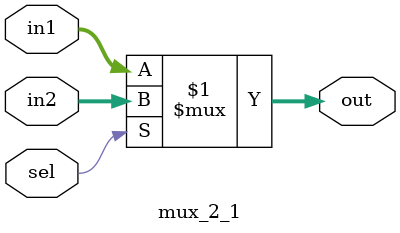
<source format=v>

module mux_2_1(out, in1, in2, sel);
    output [31:0] out;
    input  [31:0] in1;
    input  [31:0] in2;
    input sel;
    assign out = sel ? in2 : in1; // if true then in2 
endmodule

</source>
